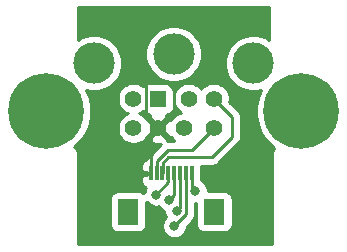
<source format=gtl>
%TF.GenerationSoftware,KiCad,Pcbnew,5.1.10-88a1d61d58~89~ubuntu20.04.1*%
%TF.CreationDate,2021-10-06T22:51:07-05:00*%
%TF.ProjectId,portboard_ffc,706f7274-626f-4617-9264-5f6666632e6b,rev?*%
%TF.SameCoordinates,Original*%
%TF.FileFunction,Copper,L1,Top*%
%TF.FilePolarity,Positive*%
%FSLAX46Y46*%
G04 Gerber Fmt 4.6, Leading zero omitted, Abs format (unit mm)*
G04 Created by KiCad (PCBNEW 5.1.10-88a1d61d58~89~ubuntu20.04.1) date 2021-10-06 22:51:07*
%MOMM*%
%LPD*%
G01*
G04 APERTURE LIST*
%TA.AperFunction,ComponentPad*%
%ADD10C,1.422400*%
%TD*%
%TA.AperFunction,ComponentPad*%
%ADD11R,1.422400X1.422400*%
%TD*%
%TA.AperFunction,ComponentPad*%
%ADD12C,3.500000*%
%TD*%
%TA.AperFunction,ComponentPad*%
%ADD13C,6.400000*%
%TD*%
%TA.AperFunction,SMDPad,CuDef*%
%ADD14R,1.800000X2.200000*%
%TD*%
%TA.AperFunction,SMDPad,CuDef*%
%ADD15R,0.300000X1.300000*%
%TD*%
%TA.AperFunction,ViaPad*%
%ADD16C,0.800000*%
%TD*%
%TA.AperFunction,Conductor*%
%ADD17C,0.250000*%
%TD*%
%TA.AperFunction,Conductor*%
%ADD18C,0.254000*%
%TD*%
%TA.AperFunction,Conductor*%
%ADD19C,0.150000*%
%TD*%
G04 APERTURE END LIST*
D10*
%TO.P,J2,7*%
%TO.N,/GPi*%
X67829000Y-41053000D03*
%TO.P,J2,4*%
%TO.N,GND*%
X65629000Y-41053000D03*
%TO.P,J2,6*%
%TO.N,/TXD+*%
X63529000Y-41053000D03*
%TO.P,J2,8*%
%TO.N,/RXD+*%
X70329000Y-41053000D03*
%TO.P,J2,5*%
%TO.N,/RXD-*%
X70329000Y-38553000D03*
%TO.P,J2,3*%
%TO.N,/TXD-*%
X63529000Y-38553000D03*
D11*
%TO.P,J2,1*%
%TO.N,/HSKo*%
X65629000Y-38553000D03*
D10*
%TO.P,J2,2*%
%TO.N,/HSKi*%
X68229000Y-38553000D03*
D12*
%TO.P,J2,SH2*%
%TO.N,N/C*%
X66929000Y-34753000D03*
%TO.P,J2,SH3*%
X60179000Y-35553000D03*
%TO.P,J2,SH1*%
X73679000Y-35553000D03*
%TD*%
D13*
%TO.P,H2,1*%
%TO.N,N/C*%
X77724000Y-39624000D03*
%TD*%
%TO.P,H1,1*%
%TO.N,N/C*%
X56134000Y-39624000D03*
%TD*%
D14*
%TO.P,J1,MP*%
%TO.N,N/C*%
X70388500Y-48136000D03*
X63088500Y-48136000D03*
D15*
%TO.P,J1,1*%
%TO.N,GND*%
X64988500Y-44886000D03*
%TO.P,J1,2*%
%TO.N,/RXD+*%
X65488500Y-44886000D03*
%TO.P,J1,3*%
%TO.N,/RXD-*%
X65988500Y-44886000D03*
%TO.P,J1,4*%
%TO.N,/GPi*%
X66488500Y-44886000D03*
%TO.P,J1,5*%
%TO.N,/TXD+*%
X66988500Y-44886000D03*
%TO.P,J1,6*%
%TO.N,/TXD-*%
X67488500Y-44886000D03*
%TO.P,J1,7*%
%TO.N,/HSKi*%
X67988500Y-44886000D03*
%TO.P,J1,8*%
%TO.N,/HSKo*%
X68488500Y-44886000D03*
%TD*%
D16*
%TO.N,/GPi*%
X65468500Y-46672500D03*
%TO.N,/HSKo*%
X68770500Y-46355000D03*
%TO.N,/HSKi*%
X66992500Y-49339500D03*
%TO.N,/TXD-*%
X67183000Y-48069500D03*
%TO.N,/TXD+*%
X66548000Y-47117000D03*
%TD*%
D17*
%TO.N,/GPi*%
X66488500Y-45652500D02*
X65468500Y-46672500D01*
X66488500Y-44886000D02*
X66488500Y-45652500D01*
%TO.N,/HSKo*%
X68488500Y-46073000D02*
X68770500Y-46355000D01*
X68488500Y-44886000D02*
X68488500Y-46073000D01*
%TO.N,/HSKi*%
X67988500Y-48343500D02*
X66992500Y-49339500D01*
X67988500Y-44886000D02*
X67988500Y-48343500D01*
%TO.N,/RXD-*%
X71882000Y-40106000D02*
X70329000Y-38553000D01*
X71882000Y-41783000D02*
X71882000Y-40106000D01*
X70167500Y-43497500D02*
X71882000Y-41783000D01*
X66491998Y-43497500D02*
X70167500Y-43497500D01*
X66013499Y-43975999D02*
X66491998Y-43497500D01*
X66013499Y-44886000D02*
X66013499Y-43975999D01*
X65988500Y-44886000D02*
X66013499Y-44886000D01*
%TO.N,/RXD+*%
X65488500Y-43864587D02*
X66490587Y-42862500D01*
X68519500Y-42862500D02*
X70329000Y-41053000D01*
X65488500Y-44886000D02*
X65488500Y-43864587D01*
X66490587Y-42862500D02*
X68519500Y-42862500D01*
%TO.N,/TXD-*%
X67488500Y-47764000D02*
X67183000Y-48069500D01*
X67488500Y-44886000D02*
X67488500Y-47764000D01*
%TO.N,/TXD+*%
X66988500Y-46676500D02*
X66548000Y-47117000D01*
X66988500Y-44886000D02*
X66988500Y-46676500D01*
%TO.N,GND*%
X64988500Y-41693500D02*
X65629000Y-41053000D01*
X64988500Y-44886000D02*
X64988500Y-41693500D01*
X64565201Y-37352299D02*
X64565201Y-39989201D01*
X64833500Y-37084000D02*
X64565201Y-37352299D01*
X66294000Y-37084000D02*
X64833500Y-37084000D01*
X66992500Y-37782500D02*
X66294000Y-37084000D01*
X66992500Y-39689500D02*
X66992500Y-37782500D01*
X64565201Y-39989201D02*
X65629000Y-41053000D01*
X65629000Y-41053000D02*
X66992500Y-39689500D01*
%TD*%
D18*
%TO.N,GND*%
X75032001Y-33588631D02*
X74808721Y-33439440D01*
X74374679Y-33259654D01*
X73913902Y-33168000D01*
X73444098Y-33168000D01*
X72983321Y-33259654D01*
X72549279Y-33439440D01*
X72158651Y-33700450D01*
X71826450Y-34032651D01*
X71565440Y-34423279D01*
X71385654Y-34857321D01*
X71294000Y-35318098D01*
X71294000Y-35787902D01*
X71385654Y-36248679D01*
X71565440Y-36682721D01*
X71826450Y-37073349D01*
X72158651Y-37405550D01*
X72549279Y-37666560D01*
X72983321Y-37846346D01*
X73444098Y-37938000D01*
X73913902Y-37938000D01*
X74303489Y-37860507D01*
X74036377Y-38505372D01*
X73889000Y-39246285D01*
X73889000Y-40001715D01*
X74036377Y-40742628D01*
X74325467Y-41440554D01*
X74745161Y-42068670D01*
X75279330Y-42602839D01*
X75464384Y-42726488D01*
X75394575Y-42811550D01*
X75333290Y-42926207D01*
X75295550Y-43050617D01*
X75282807Y-43180000D01*
X75286000Y-43212418D01*
X75286001Y-50902000D01*
X58826000Y-50902000D01*
X58826000Y-47036000D01*
X61550428Y-47036000D01*
X61550428Y-49236000D01*
X61562688Y-49360482D01*
X61598998Y-49480180D01*
X61657963Y-49590494D01*
X61737315Y-49687185D01*
X61834006Y-49766537D01*
X61944320Y-49825502D01*
X62064018Y-49861812D01*
X62188500Y-49874072D01*
X63988500Y-49874072D01*
X64112982Y-49861812D01*
X64232680Y-49825502D01*
X64342994Y-49766537D01*
X64439685Y-49687185D01*
X64519037Y-49590494D01*
X64578002Y-49480180D01*
X64614312Y-49360482D01*
X64626572Y-49236000D01*
X64626572Y-47275416D01*
X64664563Y-47332274D01*
X64808726Y-47476437D01*
X64978244Y-47589705D01*
X65166602Y-47667726D01*
X65366561Y-47707500D01*
X65570439Y-47707500D01*
X65682837Y-47685143D01*
X65744063Y-47776774D01*
X65888226Y-47920937D01*
X66057744Y-48034205D01*
X66148000Y-48071591D01*
X66148000Y-48171439D01*
X66187774Y-48371398D01*
X66265795Y-48559756D01*
X66282913Y-48585376D01*
X66188563Y-48679726D01*
X66075295Y-48849244D01*
X65997274Y-49037602D01*
X65957500Y-49237561D01*
X65957500Y-49441439D01*
X65997274Y-49641398D01*
X66075295Y-49829756D01*
X66188563Y-49999274D01*
X66332726Y-50143437D01*
X66502244Y-50256705D01*
X66690602Y-50334726D01*
X66890561Y-50374500D01*
X67094439Y-50374500D01*
X67294398Y-50334726D01*
X67482756Y-50256705D01*
X67652274Y-50143437D01*
X67796437Y-49999274D01*
X67909705Y-49829756D01*
X67987726Y-49641398D01*
X68027500Y-49441439D01*
X68027500Y-49379301D01*
X68499503Y-48907299D01*
X68528501Y-48883501D01*
X68623474Y-48767776D01*
X68694046Y-48635747D01*
X68737503Y-48492486D01*
X68748500Y-48380833D01*
X68748500Y-48380825D01*
X68752176Y-48343500D01*
X68748500Y-48306175D01*
X68748500Y-47390000D01*
X68850428Y-47390000D01*
X68850428Y-49236000D01*
X68862688Y-49360482D01*
X68898998Y-49480180D01*
X68957963Y-49590494D01*
X69037315Y-49687185D01*
X69134006Y-49766537D01*
X69244320Y-49825502D01*
X69364018Y-49861812D01*
X69488500Y-49874072D01*
X71288500Y-49874072D01*
X71412982Y-49861812D01*
X71532680Y-49825502D01*
X71642994Y-49766537D01*
X71739685Y-49687185D01*
X71819037Y-49590494D01*
X71878002Y-49480180D01*
X71914312Y-49360482D01*
X71926572Y-49236000D01*
X71926572Y-47036000D01*
X71914312Y-46911518D01*
X71878002Y-46791820D01*
X71819037Y-46681506D01*
X71739685Y-46584815D01*
X71642994Y-46505463D01*
X71532680Y-46446498D01*
X71412982Y-46410188D01*
X71288500Y-46397928D01*
X69805500Y-46397928D01*
X69805500Y-46253061D01*
X69765726Y-46053102D01*
X69687705Y-45864744D01*
X69574437Y-45695226D01*
X69430274Y-45551063D01*
X69276572Y-45448363D01*
X69276572Y-44257500D01*
X70130178Y-44257500D01*
X70167500Y-44261176D01*
X70204822Y-44257500D01*
X70204833Y-44257500D01*
X70316486Y-44246503D01*
X70459747Y-44203046D01*
X70591776Y-44132474D01*
X70707501Y-44037501D01*
X70731304Y-44008497D01*
X72393004Y-42346798D01*
X72422001Y-42323001D01*
X72485205Y-42245987D01*
X72516974Y-42207277D01*
X72587546Y-42075247D01*
X72589541Y-42068670D01*
X72631003Y-41931986D01*
X72642000Y-41820333D01*
X72642000Y-41820324D01*
X72645676Y-41783001D01*
X72642000Y-41745678D01*
X72642000Y-40143325D01*
X72645676Y-40106000D01*
X72642000Y-40068675D01*
X72642000Y-40068667D01*
X72631003Y-39957014D01*
X72587546Y-39813753D01*
X72516974Y-39681724D01*
X72422001Y-39565999D01*
X72393003Y-39542201D01*
X71652170Y-38801369D01*
X71675200Y-38685589D01*
X71675200Y-38420411D01*
X71623467Y-38160328D01*
X71521987Y-37915335D01*
X71374662Y-37694847D01*
X71187153Y-37507338D01*
X70966665Y-37360013D01*
X70721672Y-37258533D01*
X70461589Y-37206800D01*
X70196411Y-37206800D01*
X69936328Y-37258533D01*
X69691335Y-37360013D01*
X69470847Y-37507338D01*
X69283338Y-37694847D01*
X69279000Y-37701339D01*
X69274662Y-37694847D01*
X69087153Y-37507338D01*
X68866665Y-37360013D01*
X68621672Y-37258533D01*
X68361589Y-37206800D01*
X68096411Y-37206800D01*
X67836328Y-37258533D01*
X67591335Y-37360013D01*
X67370847Y-37507338D01*
X67183338Y-37694847D01*
X67036013Y-37915335D01*
X66978272Y-38054733D01*
X66978272Y-37841800D01*
X66966012Y-37717318D01*
X66929702Y-37597620D01*
X66870737Y-37487306D01*
X66791385Y-37390615D01*
X66694694Y-37311263D01*
X66584380Y-37252298D01*
X66464682Y-37215988D01*
X66340200Y-37203728D01*
X64917800Y-37203728D01*
X64793318Y-37215988D01*
X64673620Y-37252298D01*
X64563306Y-37311263D01*
X64466615Y-37390615D01*
X64387263Y-37487306D01*
X64379344Y-37502120D01*
X64166665Y-37360013D01*
X63921672Y-37258533D01*
X63661589Y-37206800D01*
X63396411Y-37206800D01*
X63136328Y-37258533D01*
X62891335Y-37360013D01*
X62670847Y-37507338D01*
X62483338Y-37694847D01*
X62336013Y-37915335D01*
X62234533Y-38160328D01*
X62182800Y-38420411D01*
X62182800Y-38685589D01*
X62234533Y-38945672D01*
X62336013Y-39190665D01*
X62483338Y-39411153D01*
X62670847Y-39598662D01*
X62891335Y-39745987D01*
X63028976Y-39803000D01*
X62891335Y-39860013D01*
X62670847Y-40007338D01*
X62483338Y-40194847D01*
X62336013Y-40415335D01*
X62234533Y-40660328D01*
X62182800Y-40920411D01*
X62182800Y-41185589D01*
X62234533Y-41445672D01*
X62336013Y-41690665D01*
X62483338Y-41911153D01*
X62670847Y-42098662D01*
X62891335Y-42245987D01*
X63136328Y-42347467D01*
X63396411Y-42399200D01*
X63661589Y-42399200D01*
X63921672Y-42347467D01*
X64166665Y-42245987D01*
X64387153Y-42098662D01*
X64574662Y-41911153D01*
X64654903Y-41791063D01*
X64699727Y-41802668D01*
X65449395Y-41053000D01*
X64699727Y-40303332D01*
X64654903Y-40314937D01*
X64574662Y-40194847D01*
X64387153Y-40007338D01*
X64166665Y-39860013D01*
X64029024Y-39803000D01*
X64166665Y-39745987D01*
X64379344Y-39603880D01*
X64387263Y-39618694D01*
X64466615Y-39715385D01*
X64563306Y-39794737D01*
X64673620Y-39853702D01*
X64793318Y-39890012D01*
X64917800Y-39902272D01*
X64936668Y-39902272D01*
X64879332Y-40123727D01*
X65629000Y-40873395D01*
X66378668Y-40123727D01*
X66321332Y-39902272D01*
X66340200Y-39902272D01*
X66464682Y-39890012D01*
X66584380Y-39853702D01*
X66694694Y-39794737D01*
X66791385Y-39715385D01*
X66870737Y-39618694D01*
X66929702Y-39508380D01*
X66966012Y-39388682D01*
X66978272Y-39264200D01*
X66978272Y-39051267D01*
X67036013Y-39190665D01*
X67183338Y-39411153D01*
X67370847Y-39598662D01*
X67570246Y-39731896D01*
X67436328Y-39758533D01*
X67191335Y-39860013D01*
X66970847Y-40007338D01*
X66783338Y-40194847D01*
X66688348Y-40337009D01*
X66558273Y-40303332D01*
X65808605Y-41053000D01*
X66558273Y-41802668D01*
X66688348Y-41768991D01*
X66783338Y-41911153D01*
X66970847Y-42098662D01*
X66976591Y-42102500D01*
X66527909Y-42102500D01*
X66490586Y-42098824D01*
X66453263Y-42102500D01*
X66453254Y-42102500D01*
X66344774Y-42113184D01*
X66378668Y-41982273D01*
X65629000Y-41232605D01*
X64879332Y-41982273D01*
X64940152Y-42217183D01*
X65180509Y-42329202D01*
X65438102Y-42392176D01*
X65703030Y-42403687D01*
X65905861Y-42372424D01*
X64977498Y-43300788D01*
X64948500Y-43324586D01*
X64924702Y-43353584D01*
X64924701Y-43353585D01*
X64853526Y-43440311D01*
X64782954Y-43572341D01*
X64773141Y-43604693D01*
X64703768Y-43612315D01*
X64584682Y-43650584D01*
X64475350Y-43711350D01*
X64379974Y-43792278D01*
X64302218Y-43890258D01*
X64245072Y-44001525D01*
X64210730Y-44121802D01*
X64200514Y-44246468D01*
X64203500Y-44600250D01*
X64362250Y-44759000D01*
X64700428Y-44759000D01*
X64700428Y-45013000D01*
X64362250Y-45013000D01*
X64203500Y-45171750D01*
X64200514Y-45525532D01*
X64210730Y-45650198D01*
X64245072Y-45770475D01*
X64302218Y-45881742D01*
X64379974Y-45979722D01*
X64475350Y-46060650D01*
X64584682Y-46121416D01*
X64590656Y-46123336D01*
X64551295Y-46182244D01*
X64473274Y-46370602D01*
X64433500Y-46570561D01*
X64433500Y-46579739D01*
X64342994Y-46505463D01*
X64232680Y-46446498D01*
X64112982Y-46410188D01*
X63988500Y-46397928D01*
X62188500Y-46397928D01*
X62064018Y-46410188D01*
X61944320Y-46446498D01*
X61834006Y-46505463D01*
X61737315Y-46584815D01*
X61657963Y-46681506D01*
X61598998Y-46791820D01*
X61562688Y-46911518D01*
X61550428Y-47036000D01*
X58826000Y-47036000D01*
X58826000Y-43212418D01*
X58829193Y-43180000D01*
X58816450Y-43050617D01*
X58778710Y-42926207D01*
X58717425Y-42811550D01*
X58634948Y-42711052D01*
X58537010Y-42630676D01*
X58578670Y-42602839D01*
X59112839Y-42068670D01*
X59532533Y-41440554D01*
X59821623Y-40742628D01*
X59969000Y-40001715D01*
X59969000Y-39246285D01*
X59821623Y-38505372D01*
X59554511Y-37860507D01*
X59944098Y-37938000D01*
X60413902Y-37938000D01*
X60874679Y-37846346D01*
X61308721Y-37666560D01*
X61699349Y-37405550D01*
X62031550Y-37073349D01*
X62292560Y-36682721D01*
X62472346Y-36248679D01*
X62564000Y-35787902D01*
X62564000Y-35318098D01*
X62472346Y-34857321D01*
X62331836Y-34518098D01*
X64544000Y-34518098D01*
X64544000Y-34987902D01*
X64635654Y-35448679D01*
X64815440Y-35882721D01*
X65076450Y-36273349D01*
X65408651Y-36605550D01*
X65799279Y-36866560D01*
X66233321Y-37046346D01*
X66694098Y-37138000D01*
X67163902Y-37138000D01*
X67624679Y-37046346D01*
X68058721Y-36866560D01*
X68449349Y-36605550D01*
X68781550Y-36273349D01*
X69042560Y-35882721D01*
X69222346Y-35448679D01*
X69314000Y-34987902D01*
X69314000Y-34518098D01*
X69222346Y-34057321D01*
X69042560Y-33623279D01*
X68781550Y-33232651D01*
X68449349Y-32900450D01*
X68058721Y-32639440D01*
X67624679Y-32459654D01*
X67163902Y-32368000D01*
X66694098Y-32368000D01*
X66233321Y-32459654D01*
X65799279Y-32639440D01*
X65408651Y-32900450D01*
X65076450Y-33232651D01*
X64815440Y-33623279D01*
X64635654Y-34057321D01*
X64544000Y-34518098D01*
X62331836Y-34518098D01*
X62292560Y-34423279D01*
X62031550Y-34032651D01*
X61699349Y-33700450D01*
X61308721Y-33439440D01*
X60874679Y-33259654D01*
X60413902Y-33168000D01*
X59944098Y-33168000D01*
X59483321Y-33259654D01*
X59049279Y-33439440D01*
X58826000Y-33588631D01*
X58826000Y-30822500D01*
X75032000Y-30822500D01*
X75032001Y-33588631D01*
%TA.AperFunction,Conductor*%
D19*
G36*
X75032001Y-33588631D02*
G01*
X74808721Y-33439440D01*
X74374679Y-33259654D01*
X73913902Y-33168000D01*
X73444098Y-33168000D01*
X72983321Y-33259654D01*
X72549279Y-33439440D01*
X72158651Y-33700450D01*
X71826450Y-34032651D01*
X71565440Y-34423279D01*
X71385654Y-34857321D01*
X71294000Y-35318098D01*
X71294000Y-35787902D01*
X71385654Y-36248679D01*
X71565440Y-36682721D01*
X71826450Y-37073349D01*
X72158651Y-37405550D01*
X72549279Y-37666560D01*
X72983321Y-37846346D01*
X73444098Y-37938000D01*
X73913902Y-37938000D01*
X74303489Y-37860507D01*
X74036377Y-38505372D01*
X73889000Y-39246285D01*
X73889000Y-40001715D01*
X74036377Y-40742628D01*
X74325467Y-41440554D01*
X74745161Y-42068670D01*
X75279330Y-42602839D01*
X75464384Y-42726488D01*
X75394575Y-42811550D01*
X75333290Y-42926207D01*
X75295550Y-43050617D01*
X75282807Y-43180000D01*
X75286000Y-43212418D01*
X75286001Y-50902000D01*
X58826000Y-50902000D01*
X58826000Y-47036000D01*
X61550428Y-47036000D01*
X61550428Y-49236000D01*
X61562688Y-49360482D01*
X61598998Y-49480180D01*
X61657963Y-49590494D01*
X61737315Y-49687185D01*
X61834006Y-49766537D01*
X61944320Y-49825502D01*
X62064018Y-49861812D01*
X62188500Y-49874072D01*
X63988500Y-49874072D01*
X64112982Y-49861812D01*
X64232680Y-49825502D01*
X64342994Y-49766537D01*
X64439685Y-49687185D01*
X64519037Y-49590494D01*
X64578002Y-49480180D01*
X64614312Y-49360482D01*
X64626572Y-49236000D01*
X64626572Y-47275416D01*
X64664563Y-47332274D01*
X64808726Y-47476437D01*
X64978244Y-47589705D01*
X65166602Y-47667726D01*
X65366561Y-47707500D01*
X65570439Y-47707500D01*
X65682837Y-47685143D01*
X65744063Y-47776774D01*
X65888226Y-47920937D01*
X66057744Y-48034205D01*
X66148000Y-48071591D01*
X66148000Y-48171439D01*
X66187774Y-48371398D01*
X66265795Y-48559756D01*
X66282913Y-48585376D01*
X66188563Y-48679726D01*
X66075295Y-48849244D01*
X65997274Y-49037602D01*
X65957500Y-49237561D01*
X65957500Y-49441439D01*
X65997274Y-49641398D01*
X66075295Y-49829756D01*
X66188563Y-49999274D01*
X66332726Y-50143437D01*
X66502244Y-50256705D01*
X66690602Y-50334726D01*
X66890561Y-50374500D01*
X67094439Y-50374500D01*
X67294398Y-50334726D01*
X67482756Y-50256705D01*
X67652274Y-50143437D01*
X67796437Y-49999274D01*
X67909705Y-49829756D01*
X67987726Y-49641398D01*
X68027500Y-49441439D01*
X68027500Y-49379301D01*
X68499503Y-48907299D01*
X68528501Y-48883501D01*
X68623474Y-48767776D01*
X68694046Y-48635747D01*
X68737503Y-48492486D01*
X68748500Y-48380833D01*
X68748500Y-48380825D01*
X68752176Y-48343500D01*
X68748500Y-48306175D01*
X68748500Y-47390000D01*
X68850428Y-47390000D01*
X68850428Y-49236000D01*
X68862688Y-49360482D01*
X68898998Y-49480180D01*
X68957963Y-49590494D01*
X69037315Y-49687185D01*
X69134006Y-49766537D01*
X69244320Y-49825502D01*
X69364018Y-49861812D01*
X69488500Y-49874072D01*
X71288500Y-49874072D01*
X71412982Y-49861812D01*
X71532680Y-49825502D01*
X71642994Y-49766537D01*
X71739685Y-49687185D01*
X71819037Y-49590494D01*
X71878002Y-49480180D01*
X71914312Y-49360482D01*
X71926572Y-49236000D01*
X71926572Y-47036000D01*
X71914312Y-46911518D01*
X71878002Y-46791820D01*
X71819037Y-46681506D01*
X71739685Y-46584815D01*
X71642994Y-46505463D01*
X71532680Y-46446498D01*
X71412982Y-46410188D01*
X71288500Y-46397928D01*
X69805500Y-46397928D01*
X69805500Y-46253061D01*
X69765726Y-46053102D01*
X69687705Y-45864744D01*
X69574437Y-45695226D01*
X69430274Y-45551063D01*
X69276572Y-45448363D01*
X69276572Y-44257500D01*
X70130178Y-44257500D01*
X70167500Y-44261176D01*
X70204822Y-44257500D01*
X70204833Y-44257500D01*
X70316486Y-44246503D01*
X70459747Y-44203046D01*
X70591776Y-44132474D01*
X70707501Y-44037501D01*
X70731304Y-44008497D01*
X72393004Y-42346798D01*
X72422001Y-42323001D01*
X72485205Y-42245987D01*
X72516974Y-42207277D01*
X72587546Y-42075247D01*
X72589541Y-42068670D01*
X72631003Y-41931986D01*
X72642000Y-41820333D01*
X72642000Y-41820324D01*
X72645676Y-41783001D01*
X72642000Y-41745678D01*
X72642000Y-40143325D01*
X72645676Y-40106000D01*
X72642000Y-40068675D01*
X72642000Y-40068667D01*
X72631003Y-39957014D01*
X72587546Y-39813753D01*
X72516974Y-39681724D01*
X72422001Y-39565999D01*
X72393003Y-39542201D01*
X71652170Y-38801369D01*
X71675200Y-38685589D01*
X71675200Y-38420411D01*
X71623467Y-38160328D01*
X71521987Y-37915335D01*
X71374662Y-37694847D01*
X71187153Y-37507338D01*
X70966665Y-37360013D01*
X70721672Y-37258533D01*
X70461589Y-37206800D01*
X70196411Y-37206800D01*
X69936328Y-37258533D01*
X69691335Y-37360013D01*
X69470847Y-37507338D01*
X69283338Y-37694847D01*
X69279000Y-37701339D01*
X69274662Y-37694847D01*
X69087153Y-37507338D01*
X68866665Y-37360013D01*
X68621672Y-37258533D01*
X68361589Y-37206800D01*
X68096411Y-37206800D01*
X67836328Y-37258533D01*
X67591335Y-37360013D01*
X67370847Y-37507338D01*
X67183338Y-37694847D01*
X67036013Y-37915335D01*
X66978272Y-38054733D01*
X66978272Y-37841800D01*
X66966012Y-37717318D01*
X66929702Y-37597620D01*
X66870737Y-37487306D01*
X66791385Y-37390615D01*
X66694694Y-37311263D01*
X66584380Y-37252298D01*
X66464682Y-37215988D01*
X66340200Y-37203728D01*
X64917800Y-37203728D01*
X64793318Y-37215988D01*
X64673620Y-37252298D01*
X64563306Y-37311263D01*
X64466615Y-37390615D01*
X64387263Y-37487306D01*
X64379344Y-37502120D01*
X64166665Y-37360013D01*
X63921672Y-37258533D01*
X63661589Y-37206800D01*
X63396411Y-37206800D01*
X63136328Y-37258533D01*
X62891335Y-37360013D01*
X62670847Y-37507338D01*
X62483338Y-37694847D01*
X62336013Y-37915335D01*
X62234533Y-38160328D01*
X62182800Y-38420411D01*
X62182800Y-38685589D01*
X62234533Y-38945672D01*
X62336013Y-39190665D01*
X62483338Y-39411153D01*
X62670847Y-39598662D01*
X62891335Y-39745987D01*
X63028976Y-39803000D01*
X62891335Y-39860013D01*
X62670847Y-40007338D01*
X62483338Y-40194847D01*
X62336013Y-40415335D01*
X62234533Y-40660328D01*
X62182800Y-40920411D01*
X62182800Y-41185589D01*
X62234533Y-41445672D01*
X62336013Y-41690665D01*
X62483338Y-41911153D01*
X62670847Y-42098662D01*
X62891335Y-42245987D01*
X63136328Y-42347467D01*
X63396411Y-42399200D01*
X63661589Y-42399200D01*
X63921672Y-42347467D01*
X64166665Y-42245987D01*
X64387153Y-42098662D01*
X64574662Y-41911153D01*
X64654903Y-41791063D01*
X64699727Y-41802668D01*
X65449395Y-41053000D01*
X64699727Y-40303332D01*
X64654903Y-40314937D01*
X64574662Y-40194847D01*
X64387153Y-40007338D01*
X64166665Y-39860013D01*
X64029024Y-39803000D01*
X64166665Y-39745987D01*
X64379344Y-39603880D01*
X64387263Y-39618694D01*
X64466615Y-39715385D01*
X64563306Y-39794737D01*
X64673620Y-39853702D01*
X64793318Y-39890012D01*
X64917800Y-39902272D01*
X64936668Y-39902272D01*
X64879332Y-40123727D01*
X65629000Y-40873395D01*
X66378668Y-40123727D01*
X66321332Y-39902272D01*
X66340200Y-39902272D01*
X66464682Y-39890012D01*
X66584380Y-39853702D01*
X66694694Y-39794737D01*
X66791385Y-39715385D01*
X66870737Y-39618694D01*
X66929702Y-39508380D01*
X66966012Y-39388682D01*
X66978272Y-39264200D01*
X66978272Y-39051267D01*
X67036013Y-39190665D01*
X67183338Y-39411153D01*
X67370847Y-39598662D01*
X67570246Y-39731896D01*
X67436328Y-39758533D01*
X67191335Y-39860013D01*
X66970847Y-40007338D01*
X66783338Y-40194847D01*
X66688348Y-40337009D01*
X66558273Y-40303332D01*
X65808605Y-41053000D01*
X66558273Y-41802668D01*
X66688348Y-41768991D01*
X66783338Y-41911153D01*
X66970847Y-42098662D01*
X66976591Y-42102500D01*
X66527909Y-42102500D01*
X66490586Y-42098824D01*
X66453263Y-42102500D01*
X66453254Y-42102500D01*
X66344774Y-42113184D01*
X66378668Y-41982273D01*
X65629000Y-41232605D01*
X64879332Y-41982273D01*
X64940152Y-42217183D01*
X65180509Y-42329202D01*
X65438102Y-42392176D01*
X65703030Y-42403687D01*
X65905861Y-42372424D01*
X64977498Y-43300788D01*
X64948500Y-43324586D01*
X64924702Y-43353584D01*
X64924701Y-43353585D01*
X64853526Y-43440311D01*
X64782954Y-43572341D01*
X64773141Y-43604693D01*
X64703768Y-43612315D01*
X64584682Y-43650584D01*
X64475350Y-43711350D01*
X64379974Y-43792278D01*
X64302218Y-43890258D01*
X64245072Y-44001525D01*
X64210730Y-44121802D01*
X64200514Y-44246468D01*
X64203500Y-44600250D01*
X64362250Y-44759000D01*
X64700428Y-44759000D01*
X64700428Y-45013000D01*
X64362250Y-45013000D01*
X64203500Y-45171750D01*
X64200514Y-45525532D01*
X64210730Y-45650198D01*
X64245072Y-45770475D01*
X64302218Y-45881742D01*
X64379974Y-45979722D01*
X64475350Y-46060650D01*
X64584682Y-46121416D01*
X64590656Y-46123336D01*
X64551295Y-46182244D01*
X64473274Y-46370602D01*
X64433500Y-46570561D01*
X64433500Y-46579739D01*
X64342994Y-46505463D01*
X64232680Y-46446498D01*
X64112982Y-46410188D01*
X63988500Y-46397928D01*
X62188500Y-46397928D01*
X62064018Y-46410188D01*
X61944320Y-46446498D01*
X61834006Y-46505463D01*
X61737315Y-46584815D01*
X61657963Y-46681506D01*
X61598998Y-46791820D01*
X61562688Y-46911518D01*
X61550428Y-47036000D01*
X58826000Y-47036000D01*
X58826000Y-43212418D01*
X58829193Y-43180000D01*
X58816450Y-43050617D01*
X58778710Y-42926207D01*
X58717425Y-42811550D01*
X58634948Y-42711052D01*
X58537010Y-42630676D01*
X58578670Y-42602839D01*
X59112839Y-42068670D01*
X59532533Y-41440554D01*
X59821623Y-40742628D01*
X59969000Y-40001715D01*
X59969000Y-39246285D01*
X59821623Y-38505372D01*
X59554511Y-37860507D01*
X59944098Y-37938000D01*
X60413902Y-37938000D01*
X60874679Y-37846346D01*
X61308721Y-37666560D01*
X61699349Y-37405550D01*
X62031550Y-37073349D01*
X62292560Y-36682721D01*
X62472346Y-36248679D01*
X62564000Y-35787902D01*
X62564000Y-35318098D01*
X62472346Y-34857321D01*
X62331836Y-34518098D01*
X64544000Y-34518098D01*
X64544000Y-34987902D01*
X64635654Y-35448679D01*
X64815440Y-35882721D01*
X65076450Y-36273349D01*
X65408651Y-36605550D01*
X65799279Y-36866560D01*
X66233321Y-37046346D01*
X66694098Y-37138000D01*
X67163902Y-37138000D01*
X67624679Y-37046346D01*
X68058721Y-36866560D01*
X68449349Y-36605550D01*
X68781550Y-36273349D01*
X69042560Y-35882721D01*
X69222346Y-35448679D01*
X69314000Y-34987902D01*
X69314000Y-34518098D01*
X69222346Y-34057321D01*
X69042560Y-33623279D01*
X68781550Y-33232651D01*
X68449349Y-32900450D01*
X68058721Y-32639440D01*
X67624679Y-32459654D01*
X67163902Y-32368000D01*
X66694098Y-32368000D01*
X66233321Y-32459654D01*
X65799279Y-32639440D01*
X65408651Y-32900450D01*
X65076450Y-33232651D01*
X64815440Y-33623279D01*
X64635654Y-34057321D01*
X64544000Y-34518098D01*
X62331836Y-34518098D01*
X62292560Y-34423279D01*
X62031550Y-34032651D01*
X61699349Y-33700450D01*
X61308721Y-33439440D01*
X60874679Y-33259654D01*
X60413902Y-33168000D01*
X59944098Y-33168000D01*
X59483321Y-33259654D01*
X59049279Y-33439440D01*
X58826000Y-33588631D01*
X58826000Y-30822500D01*
X75032000Y-30822500D01*
X75032001Y-33588631D01*
G37*
%TD.AperFunction*%
%TD*%
M02*

</source>
